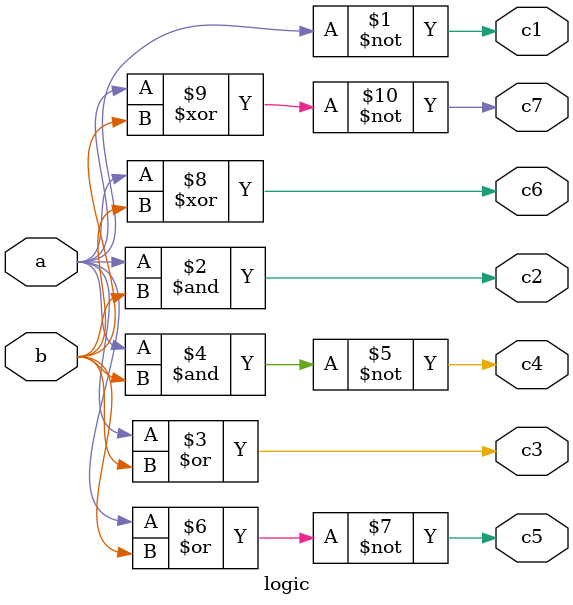
<source format=v>
module logic(a, b, c1, c2, c3, c4, c5, c6, c7); 
    input a, b; 
    output c1, c2, c3, c4, c5, c6, c7; 
    assign c1 = ~a; 
    assign c2 = a & b; 
    assign c3 = a | b; 
    assign c4 = ~(a & b); 
    assign c5 = ~(a | b); 
    assign c6 = a ^ b; 
    assign c7 = ~(a ^ b); 
endmodule
</source>
